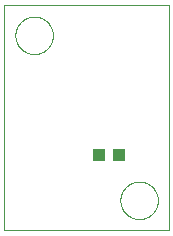
<source format=gtp>
G75*
%MOIN*%
%OFA0B0*%
%FSLAX25Y25*%
%IPPOS*%
%LPD*%
%AMOC8*
5,1,8,0,0,1.08239X$1,22.5*
%
%ADD10C,0.00000*%
%ADD11R,0.04331X0.03937*%
D10*
X0016575Y0001500D02*
X0016575Y0076500D01*
X0071575Y0076500D01*
X0071575Y0001500D01*
X0016575Y0001500D01*
X0055325Y0011500D02*
X0055327Y0011658D01*
X0055333Y0011815D01*
X0055343Y0011973D01*
X0055357Y0012130D01*
X0055375Y0012286D01*
X0055396Y0012443D01*
X0055422Y0012598D01*
X0055452Y0012753D01*
X0055485Y0012907D01*
X0055523Y0013060D01*
X0055564Y0013213D01*
X0055609Y0013364D01*
X0055658Y0013514D01*
X0055711Y0013662D01*
X0055767Y0013810D01*
X0055828Y0013955D01*
X0055891Y0014100D01*
X0055959Y0014242D01*
X0056030Y0014383D01*
X0056104Y0014522D01*
X0056182Y0014659D01*
X0056264Y0014794D01*
X0056348Y0014927D01*
X0056437Y0015058D01*
X0056528Y0015186D01*
X0056623Y0015313D01*
X0056720Y0015436D01*
X0056821Y0015558D01*
X0056925Y0015676D01*
X0057032Y0015792D01*
X0057142Y0015905D01*
X0057254Y0016016D01*
X0057370Y0016123D01*
X0057488Y0016228D01*
X0057608Y0016330D01*
X0057731Y0016428D01*
X0057857Y0016524D01*
X0057985Y0016616D01*
X0058115Y0016705D01*
X0058247Y0016791D01*
X0058382Y0016873D01*
X0058519Y0016952D01*
X0058657Y0017027D01*
X0058797Y0017099D01*
X0058940Y0017167D01*
X0059083Y0017232D01*
X0059229Y0017293D01*
X0059376Y0017350D01*
X0059524Y0017404D01*
X0059674Y0017454D01*
X0059824Y0017500D01*
X0059976Y0017542D01*
X0060129Y0017581D01*
X0060283Y0017615D01*
X0060438Y0017646D01*
X0060593Y0017672D01*
X0060749Y0017695D01*
X0060906Y0017714D01*
X0061063Y0017729D01*
X0061220Y0017740D01*
X0061378Y0017747D01*
X0061536Y0017750D01*
X0061693Y0017749D01*
X0061851Y0017744D01*
X0062008Y0017735D01*
X0062166Y0017722D01*
X0062322Y0017705D01*
X0062479Y0017684D01*
X0062634Y0017660D01*
X0062789Y0017631D01*
X0062944Y0017598D01*
X0063097Y0017562D01*
X0063250Y0017521D01*
X0063401Y0017477D01*
X0063551Y0017429D01*
X0063700Y0017378D01*
X0063848Y0017322D01*
X0063994Y0017263D01*
X0064139Y0017200D01*
X0064282Y0017133D01*
X0064423Y0017063D01*
X0064562Y0016990D01*
X0064700Y0016913D01*
X0064836Y0016832D01*
X0064969Y0016748D01*
X0065100Y0016661D01*
X0065229Y0016570D01*
X0065356Y0016476D01*
X0065481Y0016379D01*
X0065602Y0016279D01*
X0065722Y0016176D01*
X0065838Y0016070D01*
X0065952Y0015961D01*
X0066064Y0015849D01*
X0066172Y0015735D01*
X0066277Y0015617D01*
X0066380Y0015497D01*
X0066479Y0015375D01*
X0066575Y0015250D01*
X0066668Y0015122D01*
X0066758Y0014993D01*
X0066844Y0014861D01*
X0066928Y0014727D01*
X0067007Y0014591D01*
X0067084Y0014453D01*
X0067156Y0014313D01*
X0067225Y0014171D01*
X0067291Y0014028D01*
X0067353Y0013883D01*
X0067411Y0013736D01*
X0067466Y0013588D01*
X0067517Y0013439D01*
X0067564Y0013288D01*
X0067607Y0013137D01*
X0067646Y0012984D01*
X0067682Y0012830D01*
X0067713Y0012676D01*
X0067741Y0012521D01*
X0067765Y0012365D01*
X0067785Y0012208D01*
X0067801Y0012051D01*
X0067813Y0011894D01*
X0067821Y0011737D01*
X0067825Y0011579D01*
X0067825Y0011421D01*
X0067821Y0011263D01*
X0067813Y0011106D01*
X0067801Y0010949D01*
X0067785Y0010792D01*
X0067765Y0010635D01*
X0067741Y0010479D01*
X0067713Y0010324D01*
X0067682Y0010170D01*
X0067646Y0010016D01*
X0067607Y0009863D01*
X0067564Y0009712D01*
X0067517Y0009561D01*
X0067466Y0009412D01*
X0067411Y0009264D01*
X0067353Y0009117D01*
X0067291Y0008972D01*
X0067225Y0008829D01*
X0067156Y0008687D01*
X0067084Y0008547D01*
X0067007Y0008409D01*
X0066928Y0008273D01*
X0066844Y0008139D01*
X0066758Y0008007D01*
X0066668Y0007878D01*
X0066575Y0007750D01*
X0066479Y0007625D01*
X0066380Y0007503D01*
X0066277Y0007383D01*
X0066172Y0007265D01*
X0066064Y0007151D01*
X0065952Y0007039D01*
X0065838Y0006930D01*
X0065722Y0006824D01*
X0065602Y0006721D01*
X0065481Y0006621D01*
X0065356Y0006524D01*
X0065229Y0006430D01*
X0065100Y0006339D01*
X0064969Y0006252D01*
X0064836Y0006168D01*
X0064700Y0006087D01*
X0064562Y0006010D01*
X0064423Y0005937D01*
X0064282Y0005867D01*
X0064139Y0005800D01*
X0063994Y0005737D01*
X0063848Y0005678D01*
X0063700Y0005622D01*
X0063551Y0005571D01*
X0063401Y0005523D01*
X0063250Y0005479D01*
X0063097Y0005438D01*
X0062944Y0005402D01*
X0062789Y0005369D01*
X0062634Y0005340D01*
X0062479Y0005316D01*
X0062322Y0005295D01*
X0062166Y0005278D01*
X0062008Y0005265D01*
X0061851Y0005256D01*
X0061693Y0005251D01*
X0061536Y0005250D01*
X0061378Y0005253D01*
X0061220Y0005260D01*
X0061063Y0005271D01*
X0060906Y0005286D01*
X0060749Y0005305D01*
X0060593Y0005328D01*
X0060438Y0005354D01*
X0060283Y0005385D01*
X0060129Y0005419D01*
X0059976Y0005458D01*
X0059824Y0005500D01*
X0059674Y0005546D01*
X0059524Y0005596D01*
X0059376Y0005650D01*
X0059229Y0005707D01*
X0059083Y0005768D01*
X0058940Y0005833D01*
X0058797Y0005901D01*
X0058657Y0005973D01*
X0058519Y0006048D01*
X0058382Y0006127D01*
X0058247Y0006209D01*
X0058115Y0006295D01*
X0057985Y0006384D01*
X0057857Y0006476D01*
X0057731Y0006572D01*
X0057608Y0006670D01*
X0057488Y0006772D01*
X0057370Y0006877D01*
X0057254Y0006984D01*
X0057142Y0007095D01*
X0057032Y0007208D01*
X0056925Y0007324D01*
X0056821Y0007442D01*
X0056720Y0007564D01*
X0056623Y0007687D01*
X0056528Y0007814D01*
X0056437Y0007942D01*
X0056348Y0008073D01*
X0056264Y0008206D01*
X0056182Y0008341D01*
X0056104Y0008478D01*
X0056030Y0008617D01*
X0055959Y0008758D01*
X0055891Y0008900D01*
X0055828Y0009045D01*
X0055767Y0009190D01*
X0055711Y0009338D01*
X0055658Y0009486D01*
X0055609Y0009636D01*
X0055564Y0009787D01*
X0055523Y0009940D01*
X0055485Y0010093D01*
X0055452Y0010247D01*
X0055422Y0010402D01*
X0055396Y0010557D01*
X0055375Y0010714D01*
X0055357Y0010870D01*
X0055343Y0011027D01*
X0055333Y0011185D01*
X0055327Y0011342D01*
X0055325Y0011500D01*
X0020325Y0066500D02*
X0020327Y0066658D01*
X0020333Y0066815D01*
X0020343Y0066973D01*
X0020357Y0067130D01*
X0020375Y0067286D01*
X0020396Y0067443D01*
X0020422Y0067598D01*
X0020452Y0067753D01*
X0020485Y0067907D01*
X0020523Y0068060D01*
X0020564Y0068213D01*
X0020609Y0068364D01*
X0020658Y0068514D01*
X0020711Y0068662D01*
X0020767Y0068810D01*
X0020828Y0068955D01*
X0020891Y0069100D01*
X0020959Y0069242D01*
X0021030Y0069383D01*
X0021104Y0069522D01*
X0021182Y0069659D01*
X0021264Y0069794D01*
X0021348Y0069927D01*
X0021437Y0070058D01*
X0021528Y0070186D01*
X0021623Y0070313D01*
X0021720Y0070436D01*
X0021821Y0070558D01*
X0021925Y0070676D01*
X0022032Y0070792D01*
X0022142Y0070905D01*
X0022254Y0071016D01*
X0022370Y0071123D01*
X0022488Y0071228D01*
X0022608Y0071330D01*
X0022731Y0071428D01*
X0022857Y0071524D01*
X0022985Y0071616D01*
X0023115Y0071705D01*
X0023247Y0071791D01*
X0023382Y0071873D01*
X0023519Y0071952D01*
X0023657Y0072027D01*
X0023797Y0072099D01*
X0023940Y0072167D01*
X0024083Y0072232D01*
X0024229Y0072293D01*
X0024376Y0072350D01*
X0024524Y0072404D01*
X0024674Y0072454D01*
X0024824Y0072500D01*
X0024976Y0072542D01*
X0025129Y0072581D01*
X0025283Y0072615D01*
X0025438Y0072646D01*
X0025593Y0072672D01*
X0025749Y0072695D01*
X0025906Y0072714D01*
X0026063Y0072729D01*
X0026220Y0072740D01*
X0026378Y0072747D01*
X0026536Y0072750D01*
X0026693Y0072749D01*
X0026851Y0072744D01*
X0027008Y0072735D01*
X0027166Y0072722D01*
X0027322Y0072705D01*
X0027479Y0072684D01*
X0027634Y0072660D01*
X0027789Y0072631D01*
X0027944Y0072598D01*
X0028097Y0072562D01*
X0028250Y0072521D01*
X0028401Y0072477D01*
X0028551Y0072429D01*
X0028700Y0072378D01*
X0028848Y0072322D01*
X0028994Y0072263D01*
X0029139Y0072200D01*
X0029282Y0072133D01*
X0029423Y0072063D01*
X0029562Y0071990D01*
X0029700Y0071913D01*
X0029836Y0071832D01*
X0029969Y0071748D01*
X0030100Y0071661D01*
X0030229Y0071570D01*
X0030356Y0071476D01*
X0030481Y0071379D01*
X0030602Y0071279D01*
X0030722Y0071176D01*
X0030838Y0071070D01*
X0030952Y0070961D01*
X0031064Y0070849D01*
X0031172Y0070735D01*
X0031277Y0070617D01*
X0031380Y0070497D01*
X0031479Y0070375D01*
X0031575Y0070250D01*
X0031668Y0070122D01*
X0031758Y0069993D01*
X0031844Y0069861D01*
X0031928Y0069727D01*
X0032007Y0069591D01*
X0032084Y0069453D01*
X0032156Y0069313D01*
X0032225Y0069171D01*
X0032291Y0069028D01*
X0032353Y0068883D01*
X0032411Y0068736D01*
X0032466Y0068588D01*
X0032517Y0068439D01*
X0032564Y0068288D01*
X0032607Y0068137D01*
X0032646Y0067984D01*
X0032682Y0067830D01*
X0032713Y0067676D01*
X0032741Y0067521D01*
X0032765Y0067365D01*
X0032785Y0067208D01*
X0032801Y0067051D01*
X0032813Y0066894D01*
X0032821Y0066737D01*
X0032825Y0066579D01*
X0032825Y0066421D01*
X0032821Y0066263D01*
X0032813Y0066106D01*
X0032801Y0065949D01*
X0032785Y0065792D01*
X0032765Y0065635D01*
X0032741Y0065479D01*
X0032713Y0065324D01*
X0032682Y0065170D01*
X0032646Y0065016D01*
X0032607Y0064863D01*
X0032564Y0064712D01*
X0032517Y0064561D01*
X0032466Y0064412D01*
X0032411Y0064264D01*
X0032353Y0064117D01*
X0032291Y0063972D01*
X0032225Y0063829D01*
X0032156Y0063687D01*
X0032084Y0063547D01*
X0032007Y0063409D01*
X0031928Y0063273D01*
X0031844Y0063139D01*
X0031758Y0063007D01*
X0031668Y0062878D01*
X0031575Y0062750D01*
X0031479Y0062625D01*
X0031380Y0062503D01*
X0031277Y0062383D01*
X0031172Y0062265D01*
X0031064Y0062151D01*
X0030952Y0062039D01*
X0030838Y0061930D01*
X0030722Y0061824D01*
X0030602Y0061721D01*
X0030481Y0061621D01*
X0030356Y0061524D01*
X0030229Y0061430D01*
X0030100Y0061339D01*
X0029969Y0061252D01*
X0029836Y0061168D01*
X0029700Y0061087D01*
X0029562Y0061010D01*
X0029423Y0060937D01*
X0029282Y0060867D01*
X0029139Y0060800D01*
X0028994Y0060737D01*
X0028848Y0060678D01*
X0028700Y0060622D01*
X0028551Y0060571D01*
X0028401Y0060523D01*
X0028250Y0060479D01*
X0028097Y0060438D01*
X0027944Y0060402D01*
X0027789Y0060369D01*
X0027634Y0060340D01*
X0027479Y0060316D01*
X0027322Y0060295D01*
X0027166Y0060278D01*
X0027008Y0060265D01*
X0026851Y0060256D01*
X0026693Y0060251D01*
X0026536Y0060250D01*
X0026378Y0060253D01*
X0026220Y0060260D01*
X0026063Y0060271D01*
X0025906Y0060286D01*
X0025749Y0060305D01*
X0025593Y0060328D01*
X0025438Y0060354D01*
X0025283Y0060385D01*
X0025129Y0060419D01*
X0024976Y0060458D01*
X0024824Y0060500D01*
X0024674Y0060546D01*
X0024524Y0060596D01*
X0024376Y0060650D01*
X0024229Y0060707D01*
X0024083Y0060768D01*
X0023940Y0060833D01*
X0023797Y0060901D01*
X0023657Y0060973D01*
X0023519Y0061048D01*
X0023382Y0061127D01*
X0023247Y0061209D01*
X0023115Y0061295D01*
X0022985Y0061384D01*
X0022857Y0061476D01*
X0022731Y0061572D01*
X0022608Y0061670D01*
X0022488Y0061772D01*
X0022370Y0061877D01*
X0022254Y0061984D01*
X0022142Y0062095D01*
X0022032Y0062208D01*
X0021925Y0062324D01*
X0021821Y0062442D01*
X0021720Y0062564D01*
X0021623Y0062687D01*
X0021528Y0062814D01*
X0021437Y0062942D01*
X0021348Y0063073D01*
X0021264Y0063206D01*
X0021182Y0063341D01*
X0021104Y0063478D01*
X0021030Y0063617D01*
X0020959Y0063758D01*
X0020891Y0063900D01*
X0020828Y0064045D01*
X0020767Y0064190D01*
X0020711Y0064338D01*
X0020658Y0064486D01*
X0020609Y0064636D01*
X0020564Y0064787D01*
X0020523Y0064940D01*
X0020485Y0065093D01*
X0020452Y0065247D01*
X0020422Y0065402D01*
X0020396Y0065557D01*
X0020375Y0065714D01*
X0020357Y0065870D01*
X0020343Y0066027D01*
X0020333Y0066185D01*
X0020327Y0066342D01*
X0020325Y0066500D01*
D11*
X0048228Y0026500D03*
X0054921Y0026500D03*
M02*

</source>
